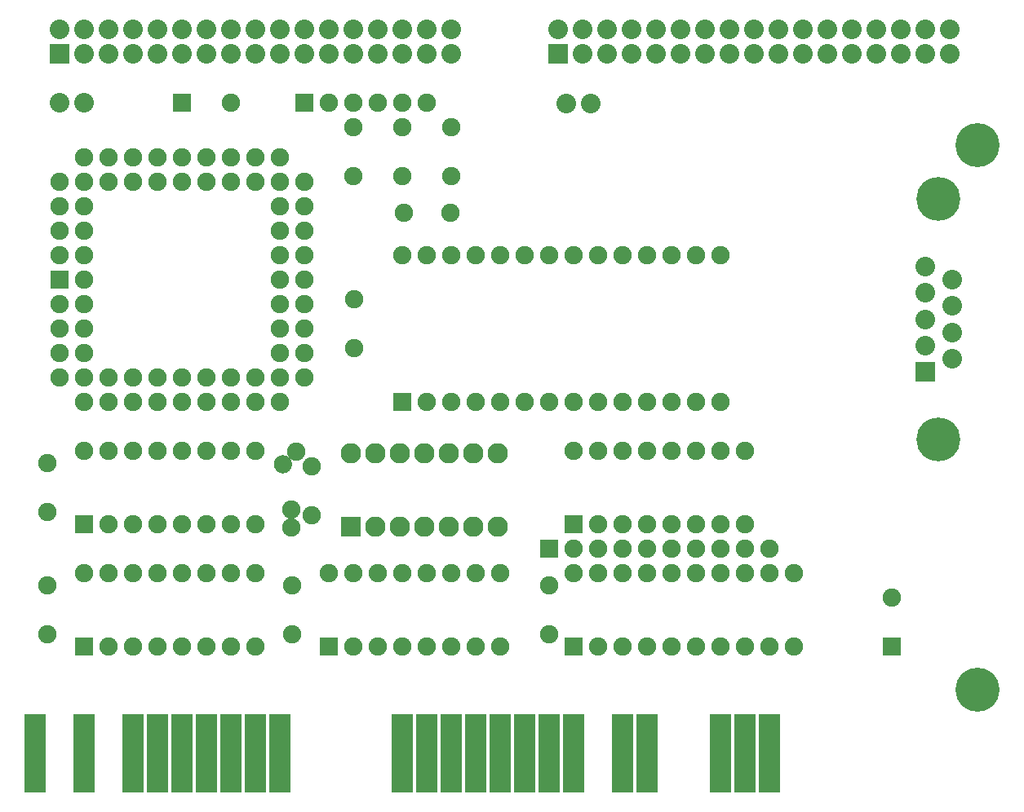
<source format=gbs>
%TF.GenerationSoftware,KiCad,Pcbnew,(5.1.6-0)*%
%TF.CreationDate,2020-08-01T06:16:14-05:00*%
%TF.ProjectId,isa_fdc,6973615f-6664-4632-9e6b-696361645f70,rev?*%
%TF.SameCoordinates,Original*%
%TF.FileFunction,Soldermask,Bot*%
%TF.FilePolarity,Negative*%
%FSLAX46Y46*%
G04 Gerber Fmt 4.6, Leading zero omitted, Abs format (unit mm)*
G04 Created by KiCad (PCBNEW (5.1.6-0)) date 2020-08-01 06:16:14*
%MOMM*%
%LPD*%
G01*
G04 APERTURE LIST*
%ADD10C,1.908000*%
%ADD11O,1.908000X1.908000*%
%ADD12R,2.108000X2.108000*%
%ADD13O,2.108000X2.108000*%
%ADD14C,1.905000*%
%ADD15R,1.905000X1.905000*%
%ADD16R,2.286000X8.128000*%
%ADD17C,2.032000*%
%ADD18O,2.032000X2.032000*%
%ADD19R,2.032000X2.032000*%
%ADD20C,4.572000*%
%ADD21C,4.556760*%
G04 APERTURE END LIST*
D10*
%TO.C,R2*%
X130690000Y-105120000D03*
D11*
X130690000Y-107020000D03*
%TD*%
%TO.C,R1*%
G36*
G01*
X130501077Y-99778923D02*
X130501077Y-99778923D01*
G75*
G02*
X130501077Y-101128083I-674580J-674580D01*
G01*
X130501077Y-101128083D01*
G75*
G02*
X129151917Y-101128083I-674580J674580D01*
G01*
X129151917Y-101128083D01*
G75*
G02*
X129151917Y-99778923I674580J674580D01*
G01*
X129151917Y-99778923D01*
G75*
G02*
X130501077Y-99778923I674580J-674580D01*
G01*
G37*
D10*
X131170000Y-99110000D03*
%TD*%
D12*
%TO.C,U2*%
X136880000Y-106910000D03*
D13*
X152120000Y-99290000D03*
X139420000Y-106910000D03*
X149580000Y-99290000D03*
X141960000Y-106910000D03*
X147040000Y-99290000D03*
X144500000Y-106910000D03*
X144500000Y-99290000D03*
X147040000Y-106910000D03*
X141960000Y-99290000D03*
X149580000Y-106910000D03*
X139420000Y-99290000D03*
X152120000Y-106910000D03*
X136880000Y-99290000D03*
%TD*%
D14*
%TO.C,C2*%
X132790000Y-100680000D03*
X132790000Y-105760000D03*
%TD*%
D15*
%TO.C,SW1*%
X109220000Y-106680000D03*
D14*
X111760000Y-106680000D03*
X114300000Y-106680000D03*
X116840000Y-106680000D03*
X119380000Y-106680000D03*
X121920000Y-106680000D03*
X124460000Y-106680000D03*
X127000000Y-106680000D03*
X127000000Y-99060000D03*
X124460000Y-99060000D03*
X121920000Y-99060000D03*
X119380000Y-99060000D03*
X116840000Y-99060000D03*
X114300000Y-99060000D03*
X111760000Y-99060000D03*
X109220000Y-99060000D03*
%TD*%
D16*
%TO.C,BUS1*%
X180340000Y-130492500D03*
X177800000Y-130492500D03*
X175260000Y-130492500D03*
X167640000Y-130492500D03*
X165100000Y-130492500D03*
X160020000Y-130492500D03*
X157480000Y-130492500D03*
X154940000Y-130492500D03*
X152400000Y-130492500D03*
X149860000Y-130492500D03*
X147320000Y-130492500D03*
X129540000Y-130492500D03*
X127000000Y-130492500D03*
X124460000Y-130492500D03*
X121920000Y-130492500D03*
X119380000Y-130492500D03*
X116840000Y-130492500D03*
X114300000Y-130492500D03*
X109220000Y-130492500D03*
X104140000Y-130492500D03*
X144780000Y-130492500D03*
X142240000Y-130492500D03*
%TD*%
D17*
%TO.C,JP2*%
X161800000Y-62980000D03*
D18*
X159260000Y-62980000D03*
%TD*%
D19*
%TO.C,P3*%
X158380000Y-57795000D03*
D17*
X158380000Y-55255000D03*
X160920000Y-57795000D03*
X160920000Y-55255000D03*
X163460000Y-57795000D03*
X163460000Y-55255000D03*
X166000000Y-57795000D03*
X166000000Y-55255000D03*
X168540000Y-57795000D03*
X168540000Y-55255000D03*
X171080000Y-57795000D03*
X171080000Y-55255000D03*
X173620000Y-57795000D03*
X173620000Y-55255000D03*
X176160000Y-57795000D03*
X176160000Y-55255000D03*
X178700000Y-57795000D03*
X178700000Y-55255000D03*
X181240000Y-57795000D03*
X181240000Y-55255000D03*
X183780000Y-57795000D03*
X183780000Y-55255000D03*
X186320000Y-57795000D03*
X186320000Y-55255000D03*
X188860000Y-57795000D03*
X188860000Y-55255000D03*
X191400000Y-55255000D03*
X191400000Y-57795000D03*
X193940000Y-55255000D03*
X193940000Y-57795000D03*
X196480000Y-57795000D03*
X196480000Y-55255000D03*
X199020000Y-57795000D03*
X199020000Y-55255000D03*
%TD*%
D20*
%TO.C,HOLE1*%
X201930000Y-67310000D03*
%TD*%
%TO.C,HOLE2*%
X201930000Y-123825000D03*
%TD*%
D15*
%TO.C,C11*%
X193040000Y-119380000D03*
D14*
X193040000Y-114300000D03*
%TD*%
D15*
%TO.C,C12*%
X119380000Y-62865000D03*
D14*
X124460000Y-62865000D03*
%TD*%
D15*
%TO.C,U5*%
X160020000Y-119380000D03*
D14*
X162560000Y-119380000D03*
X165100000Y-119380000D03*
X167640000Y-119380000D03*
X170180000Y-119380000D03*
X172720000Y-119380000D03*
X175260000Y-119380000D03*
X177800000Y-119380000D03*
X180340000Y-119380000D03*
X182880000Y-119380000D03*
X182880000Y-111760000D03*
X180340000Y-111760000D03*
X177800000Y-111760000D03*
X175260000Y-111760000D03*
X172720000Y-111760000D03*
X170180000Y-111760000D03*
X167640000Y-111760000D03*
X165100000Y-111760000D03*
X162560000Y-111760000D03*
X160020000Y-111760000D03*
%TD*%
D15*
%TO.C,U7*%
X109220000Y-119380000D03*
D14*
X111760000Y-119380000D03*
X114300000Y-119380000D03*
X116840000Y-119380000D03*
X119380000Y-119380000D03*
X121920000Y-119380000D03*
X124460000Y-119380000D03*
X127000000Y-119380000D03*
X127000000Y-111760000D03*
X124460000Y-111760000D03*
X121920000Y-111760000D03*
X119380000Y-111760000D03*
X116840000Y-111760000D03*
X114300000Y-111760000D03*
X111760000Y-111760000D03*
X109220000Y-111760000D03*
%TD*%
D15*
%TO.C,U6*%
X134620000Y-119380000D03*
D14*
X137160000Y-119380000D03*
X139700000Y-119380000D03*
X142240000Y-119380000D03*
X144780000Y-119380000D03*
X147320000Y-119380000D03*
X149860000Y-119380000D03*
X152400000Y-119380000D03*
X152400000Y-111760000D03*
X149860000Y-111760000D03*
X147320000Y-111760000D03*
X144780000Y-111760000D03*
X142240000Y-111760000D03*
X139700000Y-111760000D03*
X137160000Y-111760000D03*
X134620000Y-111760000D03*
%TD*%
D15*
%TO.C,SW2*%
X160020000Y-106680000D03*
D14*
X162560000Y-106680000D03*
X165100000Y-106680000D03*
X167640000Y-106680000D03*
X170180000Y-106680000D03*
X172720000Y-106680000D03*
X175260000Y-106680000D03*
X177800000Y-106680000D03*
X177800000Y-99060000D03*
X175260000Y-99060000D03*
X172720000Y-99060000D03*
X170180000Y-99060000D03*
X167640000Y-99060000D03*
X165100000Y-99060000D03*
X162560000Y-99060000D03*
X160020000Y-99060000D03*
%TD*%
D21*
%TO.C,P2*%
X197866000Y-97889060D03*
X197866000Y-72900540D03*
D19*
X196443600Y-90881200D03*
D17*
X196443600Y-88138000D03*
X196443600Y-85394800D03*
X196443600Y-82651600D03*
X196443600Y-79908400D03*
X199288400Y-81280000D03*
X199288400Y-84023200D03*
X199288400Y-86791800D03*
X199288400Y-89509600D03*
%TD*%
D14*
%TO.C,C1*%
X105410000Y-100330000D03*
X105410000Y-105410000D03*
%TD*%
%TO.C,C7*%
X105410000Y-113030000D03*
X105410000Y-118110000D03*
%TD*%
%TO.C,C6*%
X130810000Y-113030000D03*
X130810000Y-118110000D03*
%TD*%
%TO.C,C5*%
X157470000Y-113020000D03*
X157470000Y-118100000D03*
%TD*%
%TO.C,C4*%
X137170000Y-83310000D03*
X137170000Y-88390000D03*
%TD*%
%TO.C,C16*%
X142240000Y-70485000D03*
X142240000Y-65405000D03*
%TD*%
%TO.C,C15*%
X147320000Y-70485000D03*
X147320000Y-65405000D03*
%TD*%
D15*
%TO.C,U4*%
X142240000Y-93980000D03*
D14*
X144780000Y-93980000D03*
X147320000Y-93980000D03*
X149860000Y-93980000D03*
X152400000Y-93980000D03*
X154940000Y-93980000D03*
X157480000Y-93980000D03*
X160020000Y-93980000D03*
X162560000Y-93980000D03*
X165100000Y-93980000D03*
X167640000Y-93980000D03*
X170180000Y-93980000D03*
X172720000Y-93980000D03*
X175260000Y-93980000D03*
X175260000Y-78740000D03*
X172720000Y-78740000D03*
X170180000Y-78740000D03*
X167640000Y-78740000D03*
X165100000Y-78740000D03*
X162560000Y-78740000D03*
X160020000Y-78740000D03*
X157480000Y-78740000D03*
X154940000Y-78740000D03*
X152400000Y-78740000D03*
X149860000Y-78740000D03*
X147320000Y-78740000D03*
X144780000Y-78740000D03*
X142240000Y-78740000D03*
%TD*%
%TO.C,C17*%
X137160000Y-65405000D03*
X137160000Y-70485000D03*
%TD*%
D15*
%TO.C,U1*%
X106680000Y-81280000D03*
D14*
X109220000Y-81280000D03*
X106680000Y-83820000D03*
X109220000Y-83820000D03*
X106680000Y-86360000D03*
X109220000Y-86360000D03*
X106680000Y-88900000D03*
X109220000Y-88900000D03*
X106680000Y-91440000D03*
X109220000Y-93980000D03*
X109220000Y-91440000D03*
X111760000Y-93980000D03*
X111760000Y-91440000D03*
X114300000Y-93980000D03*
X114300000Y-91440000D03*
X116840000Y-93980000D03*
X116840000Y-91440000D03*
X119380000Y-93980000D03*
X119380000Y-91440000D03*
X121920000Y-93980000D03*
X121920000Y-91440000D03*
X124460000Y-93980000D03*
X124460000Y-91440000D03*
X127000000Y-93980000D03*
X127000000Y-91440000D03*
X129540000Y-93980000D03*
X132080000Y-91440000D03*
X129540000Y-91440000D03*
X132080000Y-88900000D03*
X129540000Y-88900000D03*
X132080000Y-86360000D03*
X129540000Y-86360000D03*
X132080000Y-83820000D03*
X129540000Y-83820000D03*
X132080000Y-81280000D03*
X129540000Y-81280000D03*
X132080000Y-78740000D03*
X129540000Y-78740000D03*
X132080000Y-76200000D03*
X129540000Y-76200000D03*
X132080000Y-73660000D03*
X129540000Y-73660000D03*
X132080000Y-71120000D03*
X129540000Y-68580000D03*
X129540000Y-71120000D03*
X127000000Y-68580000D03*
X127000000Y-71120000D03*
X124460000Y-68580000D03*
X124460000Y-71120000D03*
X121920000Y-68580000D03*
X121920000Y-71120000D03*
X119380000Y-68580000D03*
X119380000Y-71120000D03*
X116840000Y-68580000D03*
X116840000Y-71120000D03*
X114300000Y-68580000D03*
X114300000Y-71120000D03*
X111760000Y-68580000D03*
X111760000Y-71120000D03*
X109220000Y-68580000D03*
X106680000Y-71120000D03*
X109220000Y-71120000D03*
X106680000Y-73660000D03*
X109220000Y-73660000D03*
X106680000Y-76200000D03*
X109220000Y-76200000D03*
X106680000Y-78740000D03*
X109220000Y-78740000D03*
%TD*%
D18*
%TO.C,JP1*%
X106680000Y-62865000D03*
D17*
X109220000Y-62865000D03*
%TD*%
D19*
%TO.C,P1*%
X106680000Y-57785000D03*
D17*
X106680000Y-55245000D03*
X109220000Y-57785000D03*
X109220000Y-55245000D03*
X111760000Y-57785000D03*
X111760000Y-55245000D03*
X114300000Y-57785000D03*
X114300000Y-55245000D03*
X116840000Y-57785000D03*
X116840000Y-55245000D03*
X119380000Y-57785000D03*
X119380000Y-55245000D03*
X121920000Y-57785000D03*
X121920000Y-55245000D03*
X124460000Y-57785000D03*
X124460000Y-55245000D03*
X127000000Y-57785000D03*
X127000000Y-55245000D03*
X129540000Y-57785000D03*
X129540000Y-55245000D03*
X132080000Y-57785000D03*
X132080000Y-55245000D03*
X134620000Y-57785000D03*
X134620000Y-55245000D03*
X137160000Y-57785000D03*
X137160000Y-55245000D03*
X139700000Y-55245000D03*
X139700000Y-57785000D03*
X142240000Y-55245000D03*
X142240000Y-57785000D03*
X144780000Y-57785000D03*
X144780000Y-55245000D03*
X147320000Y-57785000D03*
X147320000Y-55245000D03*
%TD*%
D15*
%TO.C,RR1*%
X157480000Y-109220000D03*
D14*
X160020000Y-109220000D03*
X162560000Y-109220000D03*
X165100000Y-109220000D03*
X167640000Y-109220000D03*
X170180000Y-109220000D03*
X172720000Y-109220000D03*
X175260000Y-109220000D03*
X177800000Y-109220000D03*
X180340000Y-109220000D03*
%TD*%
%TO.C,RR2*%
X144780000Y-62865000D03*
X142240000Y-62865000D03*
X139700000Y-62865000D03*
X137160000Y-62865000D03*
X134620000Y-62865000D03*
D15*
X132080000Y-62865000D03*
%TD*%
D14*
%TO.C,X1*%
X147220940Y-74295000D03*
X142339060Y-74295000D03*
%TD*%
M02*

</source>
